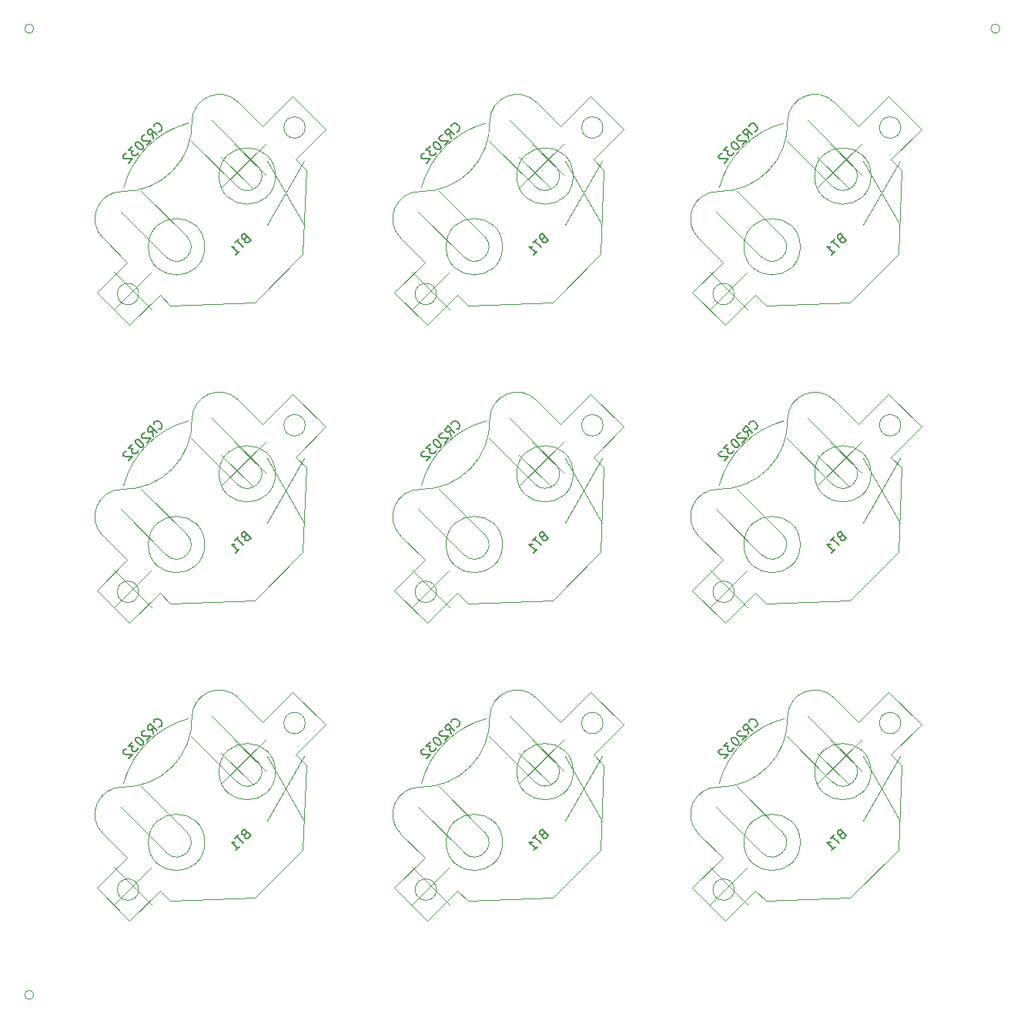
<source format=gbr>
%TF.GenerationSoftware,KiCad,Pcbnew,9.0.0-rc2-3baa6cd791~182~ubuntu24.04.1*%
%TF.CreationDate,2025-01-31T11:47:19-05:00*%
%TF.ProjectId,PCA20073_nRF54L15_Tiny_Board,50434132-3030-4373-935f-6e524635344c,rev?*%
%TF.SameCoordinates,Original*%
%TF.FileFunction,AssemblyDrawing,Bot*%
%FSLAX45Y45*%
G04 Gerber Fmt 4.5, Leading zero omitted, Abs format (unit mm)*
G04 Created by KiCad (PCBNEW 9.0.0-rc2-3baa6cd791~182~ubuntu24.04.1) date 2025-01-31 11:47:19*
%MOMM*%
%LPD*%
G01*
G04 APERTURE LIST*
%ADD10C,0.150000*%
%ADD11C,0.100000*%
%ADD12C,0.050000*%
G04 APERTURE END LIST*
D10*
X17513567Y-10179534D02*
X17520301Y-10179534D01*
X17520301Y-10179534D02*
X17533770Y-10172800D01*
X17533770Y-10172800D02*
X17540505Y-10166065D01*
X17540505Y-10166065D02*
X17547239Y-10152597D01*
X17547239Y-10152597D02*
X17547239Y-10139128D01*
X17547239Y-10139128D02*
X17543872Y-10129026D01*
X17543872Y-10129026D02*
X17533770Y-10112191D01*
X17533770Y-10112191D02*
X17523669Y-10102089D01*
X17523669Y-10102089D02*
X17506833Y-10091988D01*
X17506833Y-10091988D02*
X17496731Y-10088620D01*
X17496731Y-10088620D02*
X17483263Y-10088620D01*
X17483263Y-10088620D02*
X17469794Y-10095355D01*
X17469794Y-10095355D02*
X17463059Y-10102089D01*
X17463059Y-10102089D02*
X17456325Y-10115558D01*
X17456325Y-10115558D02*
X17456325Y-10122292D01*
X17449591Y-10256979D02*
X17439489Y-10199737D01*
X17489997Y-10216573D02*
X17419286Y-10145862D01*
X17419286Y-10145862D02*
X17392349Y-10172800D01*
X17392349Y-10172800D02*
X17388982Y-10182901D01*
X17388982Y-10182901D02*
X17388982Y-10189636D01*
X17388982Y-10189636D02*
X17392349Y-10199737D01*
X17392349Y-10199737D02*
X17402450Y-10209839D01*
X17402450Y-10209839D02*
X17412552Y-10213206D01*
X17412552Y-10213206D02*
X17419286Y-10213206D01*
X17419286Y-10213206D02*
X17429388Y-10209839D01*
X17429388Y-10209839D02*
X17456325Y-10182901D01*
X17358677Y-10219940D02*
X17351943Y-10219940D01*
X17351943Y-10219940D02*
X17341841Y-10223307D01*
X17341841Y-10223307D02*
X17325005Y-10240143D01*
X17325005Y-10240143D02*
X17321638Y-10250245D01*
X17321638Y-10250245D02*
X17321638Y-10256979D01*
X17321638Y-10256979D02*
X17325005Y-10267081D01*
X17325005Y-10267081D02*
X17331740Y-10273815D01*
X17331740Y-10273815D02*
X17345208Y-10280549D01*
X17345208Y-10280549D02*
X17426021Y-10280549D01*
X17426021Y-10280549D02*
X17382247Y-10324323D01*
X17267763Y-10297385D02*
X17261029Y-10304120D01*
X17261029Y-10304120D02*
X17257662Y-10314221D01*
X17257662Y-10314221D02*
X17257662Y-10320955D01*
X17257662Y-10320955D02*
X17261029Y-10331057D01*
X17261029Y-10331057D02*
X17271131Y-10347893D01*
X17271131Y-10347893D02*
X17287966Y-10364729D01*
X17287966Y-10364729D02*
X17304802Y-10374830D01*
X17304802Y-10374830D02*
X17314904Y-10378197D01*
X17314904Y-10378197D02*
X17321638Y-10378197D01*
X17321638Y-10378197D02*
X17331740Y-10374830D01*
X17331740Y-10374830D02*
X17338474Y-10368096D01*
X17338474Y-10368096D02*
X17341841Y-10357994D01*
X17341841Y-10357994D02*
X17341841Y-10351260D01*
X17341841Y-10351260D02*
X17338474Y-10341159D01*
X17338474Y-10341159D02*
X17328372Y-10324323D01*
X17328372Y-10324323D02*
X17311537Y-10307487D01*
X17311537Y-10307487D02*
X17294701Y-10297385D01*
X17294701Y-10297385D02*
X17284599Y-10294018D01*
X17284599Y-10294018D02*
X17277865Y-10294018D01*
X17277865Y-10294018D02*
X17267763Y-10297385D01*
X17220623Y-10344526D02*
X17176850Y-10388299D01*
X17176850Y-10388299D02*
X17227357Y-10391666D01*
X17227357Y-10391666D02*
X17217256Y-10401768D01*
X17217256Y-10401768D02*
X17213889Y-10411869D01*
X17213889Y-10411869D02*
X17213889Y-10418604D01*
X17213889Y-10418604D02*
X17217256Y-10428705D01*
X17217256Y-10428705D02*
X17234092Y-10445541D01*
X17234092Y-10445541D02*
X17244193Y-10448908D01*
X17244193Y-10448908D02*
X17250927Y-10448908D01*
X17250927Y-10448908D02*
X17261029Y-10445541D01*
X17261029Y-10445541D02*
X17281232Y-10425338D01*
X17281232Y-10425338D02*
X17284599Y-10415236D01*
X17284599Y-10415236D02*
X17284599Y-10408502D01*
X17156647Y-10421971D02*
X17149912Y-10421971D01*
X17149912Y-10421971D02*
X17139811Y-10425338D01*
X17139811Y-10425338D02*
X17122975Y-10442174D01*
X17122975Y-10442174D02*
X17119608Y-10452275D01*
X17119608Y-10452275D02*
X17119608Y-10459010D01*
X17119608Y-10459010D02*
X17122975Y-10469111D01*
X17122975Y-10469111D02*
X17129709Y-10475846D01*
X17129709Y-10475846D02*
X17143178Y-10482580D01*
X17143178Y-10482580D02*
X17223990Y-10482580D01*
X17223990Y-10482580D02*
X17180217Y-10526353D01*
X18462639Y-11360470D02*
X18455905Y-11373938D01*
X18455905Y-11373938D02*
X18455905Y-11380673D01*
X18455905Y-11380673D02*
X18459272Y-11390774D01*
X18459272Y-11390774D02*
X18469373Y-11400876D01*
X18469373Y-11400876D02*
X18479475Y-11404243D01*
X18479475Y-11404243D02*
X18486209Y-11404243D01*
X18486209Y-11404243D02*
X18496311Y-11400876D01*
X18496311Y-11400876D02*
X18523248Y-11373938D01*
X18523248Y-11373938D02*
X18452538Y-11303228D01*
X18452538Y-11303228D02*
X18428967Y-11326798D01*
X18428967Y-11326798D02*
X18425600Y-11336899D01*
X18425600Y-11336899D02*
X18425600Y-11343634D01*
X18425600Y-11343634D02*
X18428967Y-11353735D01*
X18428967Y-11353735D02*
X18435702Y-11360470D01*
X18435702Y-11360470D02*
X18445803Y-11363837D01*
X18445803Y-11363837D02*
X18452538Y-11363837D01*
X18452538Y-11363837D02*
X18462639Y-11360470D01*
X18462639Y-11360470D02*
X18486209Y-11336899D01*
X18391928Y-11363837D02*
X18351522Y-11404243D01*
X18442436Y-11454751D02*
X18371725Y-11384040D01*
X18361624Y-11535563D02*
X18402030Y-11495157D01*
X18381827Y-11515360D02*
X18311116Y-11444649D01*
X18311116Y-11444649D02*
X18327952Y-11448016D01*
X18327952Y-11448016D02*
X18341421Y-11448016D01*
X18341421Y-11448016D02*
X18351522Y-11444649D01*
X10963820Y-3629787D02*
X10970554Y-3629787D01*
X10970554Y-3629787D02*
X10984023Y-3623052D01*
X10984023Y-3623052D02*
X10990757Y-3616318D01*
X10990757Y-3616318D02*
X10997491Y-3602849D01*
X10997491Y-3602849D02*
X10997491Y-3589380D01*
X10997491Y-3589380D02*
X10994124Y-3579279D01*
X10994124Y-3579279D02*
X10984023Y-3562443D01*
X10984023Y-3562443D02*
X10973921Y-3552342D01*
X10973921Y-3552342D02*
X10957085Y-3542240D01*
X10957085Y-3542240D02*
X10946984Y-3538873D01*
X10946984Y-3538873D02*
X10933515Y-3538873D01*
X10933515Y-3538873D02*
X10920046Y-3545607D01*
X10920046Y-3545607D02*
X10913312Y-3552342D01*
X10913312Y-3552342D02*
X10906578Y-3565810D01*
X10906578Y-3565810D02*
X10906578Y-3572545D01*
X10899843Y-3707232D02*
X10889742Y-3649990D01*
X10940250Y-3666826D02*
X10869539Y-3596115D01*
X10869539Y-3596115D02*
X10842601Y-3623052D01*
X10842601Y-3623052D02*
X10839234Y-3633154D01*
X10839234Y-3633154D02*
X10839234Y-3639888D01*
X10839234Y-3639888D02*
X10842601Y-3649990D01*
X10842601Y-3649990D02*
X10852703Y-3660091D01*
X10852703Y-3660091D02*
X10862804Y-3663458D01*
X10862804Y-3663458D02*
X10869539Y-3663458D01*
X10869539Y-3663458D02*
X10879640Y-3660091D01*
X10879640Y-3660091D02*
X10906578Y-3633154D01*
X10808930Y-3670193D02*
X10802195Y-3670193D01*
X10802195Y-3670193D02*
X10792094Y-3673560D01*
X10792094Y-3673560D02*
X10775258Y-3690396D01*
X10775258Y-3690396D02*
X10771891Y-3700497D01*
X10771891Y-3700497D02*
X10771891Y-3707232D01*
X10771891Y-3707232D02*
X10775258Y-3717333D01*
X10775258Y-3717333D02*
X10781992Y-3724068D01*
X10781992Y-3724068D02*
X10795461Y-3730802D01*
X10795461Y-3730802D02*
X10876273Y-3730802D01*
X10876273Y-3730802D02*
X10832500Y-3774575D01*
X10718016Y-3747638D02*
X10711282Y-3754372D01*
X10711282Y-3754372D02*
X10707914Y-3764474D01*
X10707914Y-3764474D02*
X10707914Y-3771208D01*
X10707914Y-3771208D02*
X10711282Y-3781309D01*
X10711282Y-3781309D02*
X10721383Y-3798145D01*
X10721383Y-3798145D02*
X10738219Y-3814981D01*
X10738219Y-3814981D02*
X10755055Y-3825083D01*
X10755055Y-3825083D02*
X10765156Y-3828450D01*
X10765156Y-3828450D02*
X10771891Y-3828450D01*
X10771891Y-3828450D02*
X10781992Y-3825083D01*
X10781992Y-3825083D02*
X10788727Y-3818348D01*
X10788727Y-3818348D02*
X10792094Y-3808247D01*
X10792094Y-3808247D02*
X10792094Y-3801513D01*
X10792094Y-3801513D02*
X10788727Y-3791411D01*
X10788727Y-3791411D02*
X10778625Y-3774575D01*
X10778625Y-3774575D02*
X10761789Y-3757739D01*
X10761789Y-3757739D02*
X10744953Y-3747638D01*
X10744953Y-3747638D02*
X10734852Y-3744271D01*
X10734852Y-3744271D02*
X10728117Y-3744271D01*
X10728117Y-3744271D02*
X10718016Y-3747638D01*
X10670875Y-3794778D02*
X10627102Y-3838551D01*
X10627102Y-3838551D02*
X10677610Y-3841919D01*
X10677610Y-3841919D02*
X10667508Y-3852020D01*
X10667508Y-3852020D02*
X10664141Y-3862122D01*
X10664141Y-3862122D02*
X10664141Y-3868856D01*
X10664141Y-3868856D02*
X10667508Y-3878958D01*
X10667508Y-3878958D02*
X10684344Y-3895793D01*
X10684344Y-3895793D02*
X10694446Y-3899161D01*
X10694446Y-3899161D02*
X10701180Y-3899161D01*
X10701180Y-3899161D02*
X10711282Y-3895793D01*
X10711282Y-3895793D02*
X10731485Y-3875590D01*
X10731485Y-3875590D02*
X10734852Y-3865489D01*
X10734852Y-3865489D02*
X10734852Y-3858755D01*
X10606899Y-3872223D02*
X10600165Y-3872223D01*
X10600165Y-3872223D02*
X10590063Y-3875590D01*
X10590063Y-3875590D02*
X10573227Y-3892426D01*
X10573227Y-3892426D02*
X10569860Y-3902528D01*
X10569860Y-3902528D02*
X10569860Y-3909262D01*
X10569860Y-3909262D02*
X10573227Y-3919364D01*
X10573227Y-3919364D02*
X10579962Y-3926098D01*
X10579962Y-3926098D02*
X10593430Y-3932832D01*
X10593430Y-3932832D02*
X10674243Y-3932832D01*
X10674243Y-3932832D02*
X10630469Y-3976606D01*
X11912892Y-4810722D02*
X11906157Y-4824191D01*
X11906157Y-4824191D02*
X11906157Y-4830925D01*
X11906157Y-4830925D02*
X11909524Y-4841027D01*
X11909524Y-4841027D02*
X11919626Y-4851128D01*
X11919626Y-4851128D02*
X11929728Y-4854496D01*
X11929728Y-4854496D02*
X11936462Y-4854496D01*
X11936462Y-4854496D02*
X11946563Y-4851128D01*
X11946563Y-4851128D02*
X11973501Y-4824191D01*
X11973501Y-4824191D02*
X11902790Y-4753480D01*
X11902790Y-4753480D02*
X11879220Y-4777051D01*
X11879220Y-4777051D02*
X11875853Y-4787152D01*
X11875853Y-4787152D02*
X11875853Y-4793886D01*
X11875853Y-4793886D02*
X11879220Y-4803988D01*
X11879220Y-4803988D02*
X11885954Y-4810722D01*
X11885954Y-4810722D02*
X11896056Y-4814090D01*
X11896056Y-4814090D02*
X11902790Y-4814090D01*
X11902790Y-4814090D02*
X11912892Y-4810722D01*
X11912892Y-4810722D02*
X11936462Y-4787152D01*
X11842181Y-4814090D02*
X11801775Y-4854496D01*
X11892689Y-4905003D02*
X11821978Y-4834293D01*
X11811876Y-4985815D02*
X11852282Y-4945409D01*
X11832079Y-4965612D02*
X11761369Y-4894902D01*
X11761369Y-4894902D02*
X11778205Y-4898269D01*
X11778205Y-4898269D02*
X11791673Y-4898269D01*
X11791673Y-4898269D02*
X11801775Y-4894902D01*
X14238693Y-6904660D02*
X14245428Y-6904660D01*
X14245428Y-6904660D02*
X14258896Y-6897926D01*
X14258896Y-6897926D02*
X14265631Y-6891192D01*
X14265631Y-6891192D02*
X14272365Y-6877723D01*
X14272365Y-6877723D02*
X14272365Y-6864254D01*
X14272365Y-6864254D02*
X14268998Y-6854153D01*
X14268998Y-6854153D02*
X14258896Y-6837317D01*
X14258896Y-6837317D02*
X14248795Y-6827215D01*
X14248795Y-6827215D02*
X14231959Y-6817114D01*
X14231959Y-6817114D02*
X14221857Y-6813747D01*
X14221857Y-6813747D02*
X14208389Y-6813747D01*
X14208389Y-6813747D02*
X14194920Y-6820481D01*
X14194920Y-6820481D02*
X14188186Y-6827215D01*
X14188186Y-6827215D02*
X14181451Y-6840684D01*
X14181451Y-6840684D02*
X14181451Y-6847418D01*
X14174717Y-6982105D02*
X14164615Y-6924863D01*
X14215123Y-6941699D02*
X14144412Y-6870989D01*
X14144412Y-6870989D02*
X14117475Y-6897926D01*
X14117475Y-6897926D02*
X14114108Y-6908027D01*
X14114108Y-6908027D02*
X14114108Y-6914762D01*
X14114108Y-6914762D02*
X14117475Y-6924863D01*
X14117475Y-6924863D02*
X14127577Y-6934965D01*
X14127577Y-6934965D02*
X14137678Y-6938332D01*
X14137678Y-6938332D02*
X14144412Y-6938332D01*
X14144412Y-6938332D02*
X14154514Y-6934965D01*
X14154514Y-6934965D02*
X14181451Y-6908027D01*
X14083803Y-6945066D02*
X14077069Y-6945066D01*
X14077069Y-6945066D02*
X14066967Y-6948434D01*
X14066967Y-6948434D02*
X14050132Y-6965269D01*
X14050132Y-6965269D02*
X14046764Y-6975371D01*
X14046764Y-6975371D02*
X14046764Y-6982105D01*
X14046764Y-6982105D02*
X14050132Y-6992207D01*
X14050132Y-6992207D02*
X14056866Y-6998941D01*
X14056866Y-6998941D02*
X14070335Y-7005676D01*
X14070335Y-7005676D02*
X14151147Y-7005676D01*
X14151147Y-7005676D02*
X14107373Y-7049449D01*
X13992890Y-7022511D02*
X13986155Y-7029246D01*
X13986155Y-7029246D02*
X13982788Y-7039347D01*
X13982788Y-7039347D02*
X13982788Y-7046082D01*
X13982788Y-7046082D02*
X13986155Y-7056183D01*
X13986155Y-7056183D02*
X13996257Y-7073019D01*
X13996257Y-7073019D02*
X14013093Y-7089855D01*
X14013093Y-7089855D02*
X14029928Y-7099956D01*
X14029928Y-7099956D02*
X14040030Y-7103324D01*
X14040030Y-7103324D02*
X14046764Y-7103324D01*
X14046764Y-7103324D02*
X14056866Y-7099956D01*
X14056866Y-7099956D02*
X14063600Y-7093222D01*
X14063600Y-7093222D02*
X14066967Y-7083121D01*
X14066967Y-7083121D02*
X14066967Y-7076386D01*
X14066967Y-7076386D02*
X14063600Y-7066285D01*
X14063600Y-7066285D02*
X14053499Y-7049449D01*
X14053499Y-7049449D02*
X14036663Y-7032613D01*
X14036663Y-7032613D02*
X14019827Y-7022511D01*
X14019827Y-7022511D02*
X14009725Y-7019144D01*
X14009725Y-7019144D02*
X14002991Y-7019144D01*
X14002991Y-7019144D02*
X13992890Y-7022511D01*
X13945749Y-7069652D02*
X13901976Y-7113425D01*
X13901976Y-7113425D02*
X13952483Y-7116792D01*
X13952483Y-7116792D02*
X13942382Y-7126894D01*
X13942382Y-7126894D02*
X13939015Y-7136995D01*
X13939015Y-7136995D02*
X13939015Y-7143730D01*
X13939015Y-7143730D02*
X13942382Y-7153831D01*
X13942382Y-7153831D02*
X13959218Y-7170667D01*
X13959218Y-7170667D02*
X13969319Y-7174034D01*
X13969319Y-7174034D02*
X13976054Y-7174034D01*
X13976054Y-7174034D02*
X13986155Y-7170667D01*
X13986155Y-7170667D02*
X14006358Y-7150464D01*
X14006358Y-7150464D02*
X14009725Y-7140363D01*
X14009725Y-7140363D02*
X14009725Y-7133628D01*
X13881773Y-7147097D02*
X13875038Y-7147097D01*
X13875038Y-7147097D02*
X13864937Y-7150464D01*
X13864937Y-7150464D02*
X13848101Y-7167300D01*
X13848101Y-7167300D02*
X13844734Y-7177401D01*
X13844734Y-7177401D02*
X13844734Y-7184136D01*
X13844734Y-7184136D02*
X13848101Y-7194237D01*
X13848101Y-7194237D02*
X13854835Y-7200972D01*
X13854835Y-7200972D02*
X13868304Y-7207706D01*
X13868304Y-7207706D02*
X13949116Y-7207706D01*
X13949116Y-7207706D02*
X13905343Y-7251479D01*
X15187765Y-8085596D02*
X15181031Y-8099065D01*
X15181031Y-8099065D02*
X15181031Y-8105799D01*
X15181031Y-8105799D02*
X15184398Y-8115901D01*
X15184398Y-8115901D02*
X15194500Y-8126002D01*
X15194500Y-8126002D02*
X15204601Y-8129369D01*
X15204601Y-8129369D02*
X15211336Y-8129369D01*
X15211336Y-8129369D02*
X15221437Y-8126002D01*
X15221437Y-8126002D02*
X15248374Y-8099065D01*
X15248374Y-8099065D02*
X15177664Y-8028354D01*
X15177664Y-8028354D02*
X15154094Y-8051924D01*
X15154094Y-8051924D02*
X15150726Y-8062026D01*
X15150726Y-8062026D02*
X15150726Y-8068760D01*
X15150726Y-8068760D02*
X15154094Y-8078862D01*
X15154094Y-8078862D02*
X15160828Y-8085596D01*
X15160828Y-8085596D02*
X15170929Y-8088963D01*
X15170929Y-8088963D02*
X15177664Y-8088963D01*
X15177664Y-8088963D02*
X15187765Y-8085596D01*
X15187765Y-8085596D02*
X15211336Y-8062026D01*
X15117055Y-8088963D02*
X15076649Y-8129369D01*
X15167562Y-8179877D02*
X15096852Y-8109166D01*
X15086750Y-8260689D02*
X15127156Y-8220283D01*
X15106953Y-8240486D02*
X15036242Y-8169775D01*
X15036242Y-8169775D02*
X15053078Y-8173143D01*
X15053078Y-8173143D02*
X15066547Y-8173143D01*
X15066547Y-8173143D02*
X15076649Y-8169775D01*
X17513567Y-3629787D02*
X17520301Y-3629787D01*
X17520301Y-3629787D02*
X17533770Y-3623052D01*
X17533770Y-3623052D02*
X17540505Y-3616318D01*
X17540505Y-3616318D02*
X17547239Y-3602849D01*
X17547239Y-3602849D02*
X17547239Y-3589380D01*
X17547239Y-3589380D02*
X17543872Y-3579279D01*
X17543872Y-3579279D02*
X17533770Y-3562443D01*
X17533770Y-3562443D02*
X17523669Y-3552342D01*
X17523669Y-3552342D02*
X17506833Y-3542240D01*
X17506833Y-3542240D02*
X17496731Y-3538873D01*
X17496731Y-3538873D02*
X17483263Y-3538873D01*
X17483263Y-3538873D02*
X17469794Y-3545607D01*
X17469794Y-3545607D02*
X17463059Y-3552342D01*
X17463059Y-3552342D02*
X17456325Y-3565810D01*
X17456325Y-3565810D02*
X17456325Y-3572545D01*
X17449591Y-3707232D02*
X17439489Y-3649990D01*
X17489997Y-3666826D02*
X17419286Y-3596115D01*
X17419286Y-3596115D02*
X17392349Y-3623052D01*
X17392349Y-3623052D02*
X17388982Y-3633154D01*
X17388982Y-3633154D02*
X17388982Y-3639888D01*
X17388982Y-3639888D02*
X17392349Y-3649990D01*
X17392349Y-3649990D02*
X17402450Y-3660091D01*
X17402450Y-3660091D02*
X17412552Y-3663458D01*
X17412552Y-3663458D02*
X17419286Y-3663458D01*
X17419286Y-3663458D02*
X17429388Y-3660091D01*
X17429388Y-3660091D02*
X17456325Y-3633154D01*
X17358677Y-3670193D02*
X17351943Y-3670193D01*
X17351943Y-3670193D02*
X17341841Y-3673560D01*
X17341841Y-3673560D02*
X17325005Y-3690396D01*
X17325005Y-3690396D02*
X17321638Y-3700497D01*
X17321638Y-3700497D02*
X17321638Y-3707232D01*
X17321638Y-3707232D02*
X17325005Y-3717333D01*
X17325005Y-3717333D02*
X17331740Y-3724068D01*
X17331740Y-3724068D02*
X17345208Y-3730802D01*
X17345208Y-3730802D02*
X17426021Y-3730802D01*
X17426021Y-3730802D02*
X17382247Y-3774575D01*
X17267763Y-3747638D02*
X17261029Y-3754372D01*
X17261029Y-3754372D02*
X17257662Y-3764474D01*
X17257662Y-3764474D02*
X17257662Y-3771208D01*
X17257662Y-3771208D02*
X17261029Y-3781309D01*
X17261029Y-3781309D02*
X17271131Y-3798145D01*
X17271131Y-3798145D02*
X17287966Y-3814981D01*
X17287966Y-3814981D02*
X17304802Y-3825083D01*
X17304802Y-3825083D02*
X17314904Y-3828450D01*
X17314904Y-3828450D02*
X17321638Y-3828450D01*
X17321638Y-3828450D02*
X17331740Y-3825083D01*
X17331740Y-3825083D02*
X17338474Y-3818348D01*
X17338474Y-3818348D02*
X17341841Y-3808247D01*
X17341841Y-3808247D02*
X17341841Y-3801513D01*
X17341841Y-3801513D02*
X17338474Y-3791411D01*
X17338474Y-3791411D02*
X17328372Y-3774575D01*
X17328372Y-3774575D02*
X17311537Y-3757739D01*
X17311537Y-3757739D02*
X17294701Y-3747638D01*
X17294701Y-3747638D02*
X17284599Y-3744271D01*
X17284599Y-3744271D02*
X17277865Y-3744271D01*
X17277865Y-3744271D02*
X17267763Y-3747638D01*
X17220623Y-3794778D02*
X17176850Y-3838551D01*
X17176850Y-3838551D02*
X17227357Y-3841919D01*
X17227357Y-3841919D02*
X17217256Y-3852020D01*
X17217256Y-3852020D02*
X17213889Y-3862122D01*
X17213889Y-3862122D02*
X17213889Y-3868856D01*
X17213889Y-3868856D02*
X17217256Y-3878958D01*
X17217256Y-3878958D02*
X17234092Y-3895793D01*
X17234092Y-3895793D02*
X17244193Y-3899161D01*
X17244193Y-3899161D02*
X17250927Y-3899161D01*
X17250927Y-3899161D02*
X17261029Y-3895793D01*
X17261029Y-3895793D02*
X17281232Y-3875590D01*
X17281232Y-3875590D02*
X17284599Y-3865489D01*
X17284599Y-3865489D02*
X17284599Y-3858755D01*
X17156647Y-3872223D02*
X17149912Y-3872223D01*
X17149912Y-3872223D02*
X17139811Y-3875590D01*
X17139811Y-3875590D02*
X17122975Y-3892426D01*
X17122975Y-3892426D02*
X17119608Y-3902528D01*
X17119608Y-3902528D02*
X17119608Y-3909262D01*
X17119608Y-3909262D02*
X17122975Y-3919364D01*
X17122975Y-3919364D02*
X17129709Y-3926098D01*
X17129709Y-3926098D02*
X17143178Y-3932832D01*
X17143178Y-3932832D02*
X17223990Y-3932832D01*
X17223990Y-3932832D02*
X17180217Y-3976606D01*
X18462639Y-4810722D02*
X18455905Y-4824191D01*
X18455905Y-4824191D02*
X18455905Y-4830925D01*
X18455905Y-4830925D02*
X18459272Y-4841027D01*
X18459272Y-4841027D02*
X18469373Y-4851128D01*
X18469373Y-4851128D02*
X18479475Y-4854496D01*
X18479475Y-4854496D02*
X18486209Y-4854496D01*
X18486209Y-4854496D02*
X18496311Y-4851128D01*
X18496311Y-4851128D02*
X18523248Y-4824191D01*
X18523248Y-4824191D02*
X18452538Y-4753480D01*
X18452538Y-4753480D02*
X18428967Y-4777051D01*
X18428967Y-4777051D02*
X18425600Y-4787152D01*
X18425600Y-4787152D02*
X18425600Y-4793886D01*
X18425600Y-4793886D02*
X18428967Y-4803988D01*
X18428967Y-4803988D02*
X18435702Y-4810722D01*
X18435702Y-4810722D02*
X18445803Y-4814090D01*
X18445803Y-4814090D02*
X18452538Y-4814090D01*
X18452538Y-4814090D02*
X18462639Y-4810722D01*
X18462639Y-4810722D02*
X18486209Y-4787152D01*
X18391928Y-4814090D02*
X18351522Y-4854496D01*
X18442436Y-4905003D02*
X18371725Y-4834293D01*
X18361624Y-4985815D02*
X18402030Y-4945409D01*
X18381827Y-4965612D02*
X18311116Y-4894902D01*
X18311116Y-4894902D02*
X18327952Y-4898269D01*
X18327952Y-4898269D02*
X18341421Y-4898269D01*
X18341421Y-4898269D02*
X18351522Y-4894902D01*
X14238693Y-10179534D02*
X14245428Y-10179534D01*
X14245428Y-10179534D02*
X14258896Y-10172800D01*
X14258896Y-10172800D02*
X14265631Y-10166065D01*
X14265631Y-10166065D02*
X14272365Y-10152597D01*
X14272365Y-10152597D02*
X14272365Y-10139128D01*
X14272365Y-10139128D02*
X14268998Y-10129026D01*
X14268998Y-10129026D02*
X14258896Y-10112191D01*
X14258896Y-10112191D02*
X14248795Y-10102089D01*
X14248795Y-10102089D02*
X14231959Y-10091988D01*
X14231959Y-10091988D02*
X14221857Y-10088620D01*
X14221857Y-10088620D02*
X14208389Y-10088620D01*
X14208389Y-10088620D02*
X14194920Y-10095355D01*
X14194920Y-10095355D02*
X14188186Y-10102089D01*
X14188186Y-10102089D02*
X14181451Y-10115558D01*
X14181451Y-10115558D02*
X14181451Y-10122292D01*
X14174717Y-10256979D02*
X14164615Y-10199737D01*
X14215123Y-10216573D02*
X14144412Y-10145862D01*
X14144412Y-10145862D02*
X14117475Y-10172800D01*
X14117475Y-10172800D02*
X14114108Y-10182901D01*
X14114108Y-10182901D02*
X14114108Y-10189636D01*
X14114108Y-10189636D02*
X14117475Y-10199737D01*
X14117475Y-10199737D02*
X14127577Y-10209839D01*
X14127577Y-10209839D02*
X14137678Y-10213206D01*
X14137678Y-10213206D02*
X14144412Y-10213206D01*
X14144412Y-10213206D02*
X14154514Y-10209839D01*
X14154514Y-10209839D02*
X14181451Y-10182901D01*
X14083803Y-10219940D02*
X14077069Y-10219940D01*
X14077069Y-10219940D02*
X14066967Y-10223307D01*
X14066967Y-10223307D02*
X14050132Y-10240143D01*
X14050132Y-10240143D02*
X14046764Y-10250245D01*
X14046764Y-10250245D02*
X14046764Y-10256979D01*
X14046764Y-10256979D02*
X14050132Y-10267081D01*
X14050132Y-10267081D02*
X14056866Y-10273815D01*
X14056866Y-10273815D02*
X14070335Y-10280549D01*
X14070335Y-10280549D02*
X14151147Y-10280549D01*
X14151147Y-10280549D02*
X14107373Y-10324323D01*
X13992890Y-10297385D02*
X13986155Y-10304120D01*
X13986155Y-10304120D02*
X13982788Y-10314221D01*
X13982788Y-10314221D02*
X13982788Y-10320955D01*
X13982788Y-10320955D02*
X13986155Y-10331057D01*
X13986155Y-10331057D02*
X13996257Y-10347893D01*
X13996257Y-10347893D02*
X14013093Y-10364729D01*
X14013093Y-10364729D02*
X14029928Y-10374830D01*
X14029928Y-10374830D02*
X14040030Y-10378197D01*
X14040030Y-10378197D02*
X14046764Y-10378197D01*
X14046764Y-10378197D02*
X14056866Y-10374830D01*
X14056866Y-10374830D02*
X14063600Y-10368096D01*
X14063600Y-10368096D02*
X14066967Y-10357994D01*
X14066967Y-10357994D02*
X14066967Y-10351260D01*
X14066967Y-10351260D02*
X14063600Y-10341159D01*
X14063600Y-10341159D02*
X14053499Y-10324323D01*
X14053499Y-10324323D02*
X14036663Y-10307487D01*
X14036663Y-10307487D02*
X14019827Y-10297385D01*
X14019827Y-10297385D02*
X14009725Y-10294018D01*
X14009725Y-10294018D02*
X14002991Y-10294018D01*
X14002991Y-10294018D02*
X13992890Y-10297385D01*
X13945749Y-10344526D02*
X13901976Y-10388299D01*
X13901976Y-10388299D02*
X13952483Y-10391666D01*
X13952483Y-10391666D02*
X13942382Y-10401768D01*
X13942382Y-10401768D02*
X13939015Y-10411869D01*
X13939015Y-10411869D02*
X13939015Y-10418604D01*
X13939015Y-10418604D02*
X13942382Y-10428705D01*
X13942382Y-10428705D02*
X13959218Y-10445541D01*
X13959218Y-10445541D02*
X13969319Y-10448908D01*
X13969319Y-10448908D02*
X13976054Y-10448908D01*
X13976054Y-10448908D02*
X13986155Y-10445541D01*
X13986155Y-10445541D02*
X14006358Y-10425338D01*
X14006358Y-10425338D02*
X14009725Y-10415236D01*
X14009725Y-10415236D02*
X14009725Y-10408502D01*
X13881773Y-10421971D02*
X13875038Y-10421971D01*
X13875038Y-10421971D02*
X13864937Y-10425338D01*
X13864937Y-10425338D02*
X13848101Y-10442174D01*
X13848101Y-10442174D02*
X13844734Y-10452275D01*
X13844734Y-10452275D02*
X13844734Y-10459010D01*
X13844734Y-10459010D02*
X13848101Y-10469111D01*
X13848101Y-10469111D02*
X13854835Y-10475846D01*
X13854835Y-10475846D02*
X13868304Y-10482580D01*
X13868304Y-10482580D02*
X13949116Y-10482580D01*
X13949116Y-10482580D02*
X13905343Y-10526353D01*
X15187765Y-11360470D02*
X15181031Y-11373938D01*
X15181031Y-11373938D02*
X15181031Y-11380673D01*
X15181031Y-11380673D02*
X15184398Y-11390774D01*
X15184398Y-11390774D02*
X15194500Y-11400876D01*
X15194500Y-11400876D02*
X15204601Y-11404243D01*
X15204601Y-11404243D02*
X15211336Y-11404243D01*
X15211336Y-11404243D02*
X15221437Y-11400876D01*
X15221437Y-11400876D02*
X15248374Y-11373938D01*
X15248374Y-11373938D02*
X15177664Y-11303228D01*
X15177664Y-11303228D02*
X15154094Y-11326798D01*
X15154094Y-11326798D02*
X15150726Y-11336899D01*
X15150726Y-11336899D02*
X15150726Y-11343634D01*
X15150726Y-11343634D02*
X15154094Y-11353735D01*
X15154094Y-11353735D02*
X15160828Y-11360470D01*
X15160828Y-11360470D02*
X15170929Y-11363837D01*
X15170929Y-11363837D02*
X15177664Y-11363837D01*
X15177664Y-11363837D02*
X15187765Y-11360470D01*
X15187765Y-11360470D02*
X15211336Y-11336899D01*
X15117055Y-11363837D02*
X15076649Y-11404243D01*
X15167562Y-11454751D02*
X15096852Y-11384040D01*
X15086750Y-11535563D02*
X15127156Y-11495157D01*
X15106953Y-11515360D02*
X15036242Y-11444649D01*
X15036242Y-11444649D02*
X15053078Y-11448016D01*
X15053078Y-11448016D02*
X15066547Y-11448016D01*
X15066547Y-11448016D02*
X15076649Y-11444649D01*
X10963820Y-6904660D02*
X10970554Y-6904660D01*
X10970554Y-6904660D02*
X10984023Y-6897926D01*
X10984023Y-6897926D02*
X10990757Y-6891192D01*
X10990757Y-6891192D02*
X10997491Y-6877723D01*
X10997491Y-6877723D02*
X10997491Y-6864254D01*
X10997491Y-6864254D02*
X10994124Y-6854153D01*
X10994124Y-6854153D02*
X10984023Y-6837317D01*
X10984023Y-6837317D02*
X10973921Y-6827215D01*
X10973921Y-6827215D02*
X10957085Y-6817114D01*
X10957085Y-6817114D02*
X10946984Y-6813747D01*
X10946984Y-6813747D02*
X10933515Y-6813747D01*
X10933515Y-6813747D02*
X10920046Y-6820481D01*
X10920046Y-6820481D02*
X10913312Y-6827215D01*
X10913312Y-6827215D02*
X10906578Y-6840684D01*
X10906578Y-6840684D02*
X10906578Y-6847418D01*
X10899843Y-6982105D02*
X10889742Y-6924863D01*
X10940250Y-6941699D02*
X10869539Y-6870989D01*
X10869539Y-6870989D02*
X10842601Y-6897926D01*
X10842601Y-6897926D02*
X10839234Y-6908027D01*
X10839234Y-6908027D02*
X10839234Y-6914762D01*
X10839234Y-6914762D02*
X10842601Y-6924863D01*
X10842601Y-6924863D02*
X10852703Y-6934965D01*
X10852703Y-6934965D02*
X10862804Y-6938332D01*
X10862804Y-6938332D02*
X10869539Y-6938332D01*
X10869539Y-6938332D02*
X10879640Y-6934965D01*
X10879640Y-6934965D02*
X10906578Y-6908027D01*
X10808930Y-6945066D02*
X10802195Y-6945066D01*
X10802195Y-6945066D02*
X10792094Y-6948434D01*
X10792094Y-6948434D02*
X10775258Y-6965269D01*
X10775258Y-6965269D02*
X10771891Y-6975371D01*
X10771891Y-6975371D02*
X10771891Y-6982105D01*
X10771891Y-6982105D02*
X10775258Y-6992207D01*
X10775258Y-6992207D02*
X10781992Y-6998941D01*
X10781992Y-6998941D02*
X10795461Y-7005676D01*
X10795461Y-7005676D02*
X10876273Y-7005676D01*
X10876273Y-7005676D02*
X10832500Y-7049449D01*
X10718016Y-7022511D02*
X10711282Y-7029246D01*
X10711282Y-7029246D02*
X10707914Y-7039347D01*
X10707914Y-7039347D02*
X10707914Y-7046082D01*
X10707914Y-7046082D02*
X10711282Y-7056183D01*
X10711282Y-7056183D02*
X10721383Y-7073019D01*
X10721383Y-7073019D02*
X10738219Y-7089855D01*
X10738219Y-7089855D02*
X10755055Y-7099956D01*
X10755055Y-7099956D02*
X10765156Y-7103324D01*
X10765156Y-7103324D02*
X10771891Y-7103324D01*
X10771891Y-7103324D02*
X10781992Y-7099956D01*
X10781992Y-7099956D02*
X10788727Y-7093222D01*
X10788727Y-7093222D02*
X10792094Y-7083121D01*
X10792094Y-7083121D02*
X10792094Y-7076386D01*
X10792094Y-7076386D02*
X10788727Y-7066285D01*
X10788727Y-7066285D02*
X10778625Y-7049449D01*
X10778625Y-7049449D02*
X10761789Y-7032613D01*
X10761789Y-7032613D02*
X10744953Y-7022511D01*
X10744953Y-7022511D02*
X10734852Y-7019144D01*
X10734852Y-7019144D02*
X10728117Y-7019144D01*
X10728117Y-7019144D02*
X10718016Y-7022511D01*
X10670875Y-7069652D02*
X10627102Y-7113425D01*
X10627102Y-7113425D02*
X10677610Y-7116792D01*
X10677610Y-7116792D02*
X10667508Y-7126894D01*
X10667508Y-7126894D02*
X10664141Y-7136995D01*
X10664141Y-7136995D02*
X10664141Y-7143730D01*
X10664141Y-7143730D02*
X10667508Y-7153831D01*
X10667508Y-7153831D02*
X10684344Y-7170667D01*
X10684344Y-7170667D02*
X10694446Y-7174034D01*
X10694446Y-7174034D02*
X10701180Y-7174034D01*
X10701180Y-7174034D02*
X10711282Y-7170667D01*
X10711282Y-7170667D02*
X10731485Y-7150464D01*
X10731485Y-7150464D02*
X10734852Y-7140363D01*
X10734852Y-7140363D02*
X10734852Y-7133628D01*
X10606899Y-7147097D02*
X10600165Y-7147097D01*
X10600165Y-7147097D02*
X10590063Y-7150464D01*
X10590063Y-7150464D02*
X10573227Y-7167300D01*
X10573227Y-7167300D02*
X10569860Y-7177401D01*
X10569860Y-7177401D02*
X10569860Y-7184136D01*
X10569860Y-7184136D02*
X10573227Y-7194237D01*
X10573227Y-7194237D02*
X10579962Y-7200972D01*
X10579962Y-7200972D02*
X10593430Y-7207706D01*
X10593430Y-7207706D02*
X10674243Y-7207706D01*
X10674243Y-7207706D02*
X10630469Y-7251479D01*
X11912892Y-8085596D02*
X11906157Y-8099065D01*
X11906157Y-8099065D02*
X11906157Y-8105799D01*
X11906157Y-8105799D02*
X11909524Y-8115901D01*
X11909524Y-8115901D02*
X11919626Y-8126002D01*
X11919626Y-8126002D02*
X11929728Y-8129369D01*
X11929728Y-8129369D02*
X11936462Y-8129369D01*
X11936462Y-8129369D02*
X11946563Y-8126002D01*
X11946563Y-8126002D02*
X11973501Y-8099065D01*
X11973501Y-8099065D02*
X11902790Y-8028354D01*
X11902790Y-8028354D02*
X11879220Y-8051924D01*
X11879220Y-8051924D02*
X11875853Y-8062026D01*
X11875853Y-8062026D02*
X11875853Y-8068760D01*
X11875853Y-8068760D02*
X11879220Y-8078862D01*
X11879220Y-8078862D02*
X11885954Y-8085596D01*
X11885954Y-8085596D02*
X11896056Y-8088963D01*
X11896056Y-8088963D02*
X11902790Y-8088963D01*
X11902790Y-8088963D02*
X11912892Y-8085596D01*
X11912892Y-8085596D02*
X11936462Y-8062026D01*
X11842181Y-8088963D02*
X11801775Y-8129369D01*
X11892689Y-8179877D02*
X11821978Y-8109166D01*
X11811876Y-8260689D02*
X11852282Y-8220283D01*
X11832079Y-8240486D02*
X11761369Y-8169775D01*
X11761369Y-8169775D02*
X11778205Y-8173143D01*
X11778205Y-8173143D02*
X11791673Y-8173143D01*
X11791673Y-8173143D02*
X11801775Y-8169775D01*
X17513567Y-6904660D02*
X17520301Y-6904660D01*
X17520301Y-6904660D02*
X17533770Y-6897926D01*
X17533770Y-6897926D02*
X17540505Y-6891192D01*
X17540505Y-6891192D02*
X17547239Y-6877723D01*
X17547239Y-6877723D02*
X17547239Y-6864254D01*
X17547239Y-6864254D02*
X17543872Y-6854153D01*
X17543872Y-6854153D02*
X17533770Y-6837317D01*
X17533770Y-6837317D02*
X17523669Y-6827215D01*
X17523669Y-6827215D02*
X17506833Y-6817114D01*
X17506833Y-6817114D02*
X17496731Y-6813747D01*
X17496731Y-6813747D02*
X17483263Y-6813747D01*
X17483263Y-6813747D02*
X17469794Y-6820481D01*
X17469794Y-6820481D02*
X17463059Y-6827215D01*
X17463059Y-6827215D02*
X17456325Y-6840684D01*
X17456325Y-6840684D02*
X17456325Y-6847418D01*
X17449591Y-6982105D02*
X17439489Y-6924863D01*
X17489997Y-6941699D02*
X17419286Y-6870989D01*
X17419286Y-6870989D02*
X17392349Y-6897926D01*
X17392349Y-6897926D02*
X17388982Y-6908027D01*
X17388982Y-6908027D02*
X17388982Y-6914762D01*
X17388982Y-6914762D02*
X17392349Y-6924863D01*
X17392349Y-6924863D02*
X17402450Y-6934965D01*
X17402450Y-6934965D02*
X17412552Y-6938332D01*
X17412552Y-6938332D02*
X17419286Y-6938332D01*
X17419286Y-6938332D02*
X17429388Y-6934965D01*
X17429388Y-6934965D02*
X17456325Y-6908027D01*
X17358677Y-6945066D02*
X17351943Y-6945066D01*
X17351943Y-6945066D02*
X17341841Y-6948434D01*
X17341841Y-6948434D02*
X17325005Y-6965269D01*
X17325005Y-6965269D02*
X17321638Y-6975371D01*
X17321638Y-6975371D02*
X17321638Y-6982105D01*
X17321638Y-6982105D02*
X17325005Y-6992207D01*
X17325005Y-6992207D02*
X17331740Y-6998941D01*
X17331740Y-6998941D02*
X17345208Y-7005676D01*
X17345208Y-7005676D02*
X17426021Y-7005676D01*
X17426021Y-7005676D02*
X17382247Y-7049449D01*
X17267763Y-7022511D02*
X17261029Y-7029246D01*
X17261029Y-7029246D02*
X17257662Y-7039347D01*
X17257662Y-7039347D02*
X17257662Y-7046082D01*
X17257662Y-7046082D02*
X17261029Y-7056183D01*
X17261029Y-7056183D02*
X17271131Y-7073019D01*
X17271131Y-7073019D02*
X17287966Y-7089855D01*
X17287966Y-7089855D02*
X17304802Y-7099956D01*
X17304802Y-7099956D02*
X17314904Y-7103324D01*
X17314904Y-7103324D02*
X17321638Y-7103324D01*
X17321638Y-7103324D02*
X17331740Y-7099956D01*
X17331740Y-7099956D02*
X17338474Y-7093222D01*
X17338474Y-7093222D02*
X17341841Y-7083121D01*
X17341841Y-7083121D02*
X17341841Y-7076386D01*
X17341841Y-7076386D02*
X17338474Y-7066285D01*
X17338474Y-7066285D02*
X17328372Y-7049449D01*
X17328372Y-7049449D02*
X17311537Y-7032613D01*
X17311537Y-7032613D02*
X17294701Y-7022511D01*
X17294701Y-7022511D02*
X17284599Y-7019144D01*
X17284599Y-7019144D02*
X17277865Y-7019144D01*
X17277865Y-7019144D02*
X17267763Y-7022511D01*
X17220623Y-7069652D02*
X17176850Y-7113425D01*
X17176850Y-7113425D02*
X17227357Y-7116792D01*
X17227357Y-7116792D02*
X17217256Y-7126894D01*
X17217256Y-7126894D02*
X17213889Y-7136995D01*
X17213889Y-7136995D02*
X17213889Y-7143730D01*
X17213889Y-7143730D02*
X17217256Y-7153831D01*
X17217256Y-7153831D02*
X17234092Y-7170667D01*
X17234092Y-7170667D02*
X17244193Y-7174034D01*
X17244193Y-7174034D02*
X17250927Y-7174034D01*
X17250927Y-7174034D02*
X17261029Y-7170667D01*
X17261029Y-7170667D02*
X17281232Y-7150464D01*
X17281232Y-7150464D02*
X17284599Y-7140363D01*
X17284599Y-7140363D02*
X17284599Y-7133628D01*
X17156647Y-7147097D02*
X17149912Y-7147097D01*
X17149912Y-7147097D02*
X17139811Y-7150464D01*
X17139811Y-7150464D02*
X17122975Y-7167300D01*
X17122975Y-7167300D02*
X17119608Y-7177401D01*
X17119608Y-7177401D02*
X17119608Y-7184136D01*
X17119608Y-7184136D02*
X17122975Y-7194237D01*
X17122975Y-7194237D02*
X17129709Y-7200972D01*
X17129709Y-7200972D02*
X17143178Y-7207706D01*
X17143178Y-7207706D02*
X17223990Y-7207706D01*
X17223990Y-7207706D02*
X17180217Y-7251479D01*
X18462639Y-8085596D02*
X18455905Y-8099065D01*
X18455905Y-8099065D02*
X18455905Y-8105799D01*
X18455905Y-8105799D02*
X18459272Y-8115901D01*
X18459272Y-8115901D02*
X18469373Y-8126002D01*
X18469373Y-8126002D02*
X18479475Y-8129369D01*
X18479475Y-8129369D02*
X18486209Y-8129369D01*
X18486209Y-8129369D02*
X18496311Y-8126002D01*
X18496311Y-8126002D02*
X18523248Y-8099065D01*
X18523248Y-8099065D02*
X18452538Y-8028354D01*
X18452538Y-8028354D02*
X18428967Y-8051924D01*
X18428967Y-8051924D02*
X18425600Y-8062026D01*
X18425600Y-8062026D02*
X18425600Y-8068760D01*
X18425600Y-8068760D02*
X18428967Y-8078862D01*
X18428967Y-8078862D02*
X18435702Y-8085596D01*
X18435702Y-8085596D02*
X18445803Y-8088963D01*
X18445803Y-8088963D02*
X18452538Y-8088963D01*
X18452538Y-8088963D02*
X18462639Y-8085596D01*
X18462639Y-8085596D02*
X18486209Y-8062026D01*
X18391928Y-8088963D02*
X18351522Y-8129369D01*
X18442436Y-8179877D02*
X18371725Y-8109166D01*
X18361624Y-8260689D02*
X18402030Y-8220283D01*
X18381827Y-8240486D02*
X18311116Y-8169775D01*
X18311116Y-8169775D02*
X18327952Y-8173143D01*
X18327952Y-8173143D02*
X18341421Y-8173143D01*
X18341421Y-8173143D02*
X18351522Y-8169775D01*
X10963820Y-10179534D02*
X10970554Y-10179534D01*
X10970554Y-10179534D02*
X10984023Y-10172800D01*
X10984023Y-10172800D02*
X10990757Y-10166065D01*
X10990757Y-10166065D02*
X10997491Y-10152597D01*
X10997491Y-10152597D02*
X10997491Y-10139128D01*
X10997491Y-10139128D02*
X10994124Y-10129026D01*
X10994124Y-10129026D02*
X10984023Y-10112191D01*
X10984023Y-10112191D02*
X10973921Y-10102089D01*
X10973921Y-10102089D02*
X10957085Y-10091988D01*
X10957085Y-10091988D02*
X10946984Y-10088620D01*
X10946984Y-10088620D02*
X10933515Y-10088620D01*
X10933515Y-10088620D02*
X10920046Y-10095355D01*
X10920046Y-10095355D02*
X10913312Y-10102089D01*
X10913312Y-10102089D02*
X10906578Y-10115558D01*
X10906578Y-10115558D02*
X10906578Y-10122292D01*
X10899843Y-10256979D02*
X10889742Y-10199737D01*
X10940250Y-10216573D02*
X10869539Y-10145862D01*
X10869539Y-10145862D02*
X10842601Y-10172800D01*
X10842601Y-10172800D02*
X10839234Y-10182901D01*
X10839234Y-10182901D02*
X10839234Y-10189636D01*
X10839234Y-10189636D02*
X10842601Y-10199737D01*
X10842601Y-10199737D02*
X10852703Y-10209839D01*
X10852703Y-10209839D02*
X10862804Y-10213206D01*
X10862804Y-10213206D02*
X10869539Y-10213206D01*
X10869539Y-10213206D02*
X10879640Y-10209839D01*
X10879640Y-10209839D02*
X10906578Y-10182901D01*
X10808930Y-10219940D02*
X10802195Y-10219940D01*
X10802195Y-10219940D02*
X10792094Y-10223307D01*
X10792094Y-10223307D02*
X10775258Y-10240143D01*
X10775258Y-10240143D02*
X10771891Y-10250245D01*
X10771891Y-10250245D02*
X10771891Y-10256979D01*
X10771891Y-10256979D02*
X10775258Y-10267081D01*
X10775258Y-10267081D02*
X10781992Y-10273815D01*
X10781992Y-10273815D02*
X10795461Y-10280549D01*
X10795461Y-10280549D02*
X10876273Y-10280549D01*
X10876273Y-10280549D02*
X10832500Y-10324323D01*
X10718016Y-10297385D02*
X10711282Y-10304120D01*
X10711282Y-10304120D02*
X10707914Y-10314221D01*
X10707914Y-10314221D02*
X10707914Y-10320955D01*
X10707914Y-10320955D02*
X10711282Y-10331057D01*
X10711282Y-10331057D02*
X10721383Y-10347893D01*
X10721383Y-10347893D02*
X10738219Y-10364729D01*
X10738219Y-10364729D02*
X10755055Y-10374830D01*
X10755055Y-10374830D02*
X10765156Y-10378197D01*
X10765156Y-10378197D02*
X10771891Y-10378197D01*
X10771891Y-10378197D02*
X10781992Y-10374830D01*
X10781992Y-10374830D02*
X10788727Y-10368096D01*
X10788727Y-10368096D02*
X10792094Y-10357994D01*
X10792094Y-10357994D02*
X10792094Y-10351260D01*
X10792094Y-10351260D02*
X10788727Y-10341159D01*
X10788727Y-10341159D02*
X10778625Y-10324323D01*
X10778625Y-10324323D02*
X10761789Y-10307487D01*
X10761789Y-10307487D02*
X10744953Y-10297385D01*
X10744953Y-10297385D02*
X10734852Y-10294018D01*
X10734852Y-10294018D02*
X10728117Y-10294018D01*
X10728117Y-10294018D02*
X10718016Y-10297385D01*
X10670875Y-10344526D02*
X10627102Y-10388299D01*
X10627102Y-10388299D02*
X10677610Y-10391666D01*
X10677610Y-10391666D02*
X10667508Y-10401768D01*
X10667508Y-10401768D02*
X10664141Y-10411869D01*
X10664141Y-10411869D02*
X10664141Y-10418604D01*
X10664141Y-10418604D02*
X10667508Y-10428705D01*
X10667508Y-10428705D02*
X10684344Y-10445541D01*
X10684344Y-10445541D02*
X10694446Y-10448908D01*
X10694446Y-10448908D02*
X10701180Y-10448908D01*
X10701180Y-10448908D02*
X10711282Y-10445541D01*
X10711282Y-10445541D02*
X10731485Y-10425338D01*
X10731485Y-10425338D02*
X10734852Y-10415236D01*
X10734852Y-10415236D02*
X10734852Y-10408502D01*
X10606899Y-10421971D02*
X10600165Y-10421971D01*
X10600165Y-10421971D02*
X10590063Y-10425338D01*
X10590063Y-10425338D02*
X10573227Y-10442174D01*
X10573227Y-10442174D02*
X10569860Y-10452275D01*
X10569860Y-10452275D02*
X10569860Y-10459010D01*
X10569860Y-10459010D02*
X10573227Y-10469111D01*
X10573227Y-10469111D02*
X10579962Y-10475846D01*
X10579962Y-10475846D02*
X10593430Y-10482580D01*
X10593430Y-10482580D02*
X10674243Y-10482580D01*
X10674243Y-10482580D02*
X10630469Y-10526353D01*
X11912892Y-11360470D02*
X11906157Y-11373938D01*
X11906157Y-11373938D02*
X11906157Y-11380673D01*
X11906157Y-11380673D02*
X11909524Y-11390774D01*
X11909524Y-11390774D02*
X11919626Y-11400876D01*
X11919626Y-11400876D02*
X11929728Y-11404243D01*
X11929728Y-11404243D02*
X11936462Y-11404243D01*
X11936462Y-11404243D02*
X11946563Y-11400876D01*
X11946563Y-11400876D02*
X11973501Y-11373938D01*
X11973501Y-11373938D02*
X11902790Y-11303228D01*
X11902790Y-11303228D02*
X11879220Y-11326798D01*
X11879220Y-11326798D02*
X11875853Y-11336899D01*
X11875853Y-11336899D02*
X11875853Y-11343634D01*
X11875853Y-11343634D02*
X11879220Y-11353735D01*
X11879220Y-11353735D02*
X11885954Y-11360470D01*
X11885954Y-11360470D02*
X11896056Y-11363837D01*
X11896056Y-11363837D02*
X11902790Y-11363837D01*
X11902790Y-11363837D02*
X11912892Y-11360470D01*
X11912892Y-11360470D02*
X11936462Y-11336899D01*
X11842181Y-11363837D02*
X11801775Y-11404243D01*
X11892689Y-11454751D02*
X11821978Y-11384040D01*
X11811876Y-11535563D02*
X11852282Y-11495157D01*
X11832079Y-11515360D02*
X11761369Y-11444649D01*
X11761369Y-11444649D02*
X11778205Y-11448016D01*
X11778205Y-11448016D02*
X11791673Y-11448016D01*
X11791673Y-11448016D02*
X11801775Y-11444649D01*
X14238693Y-3629787D02*
X14245428Y-3629787D01*
X14245428Y-3629787D02*
X14258896Y-3623052D01*
X14258896Y-3623052D02*
X14265631Y-3616318D01*
X14265631Y-3616318D02*
X14272365Y-3602849D01*
X14272365Y-3602849D02*
X14272365Y-3589380D01*
X14272365Y-3589380D02*
X14268998Y-3579279D01*
X14268998Y-3579279D02*
X14258896Y-3562443D01*
X14258896Y-3562443D02*
X14248795Y-3552342D01*
X14248795Y-3552342D02*
X14231959Y-3542240D01*
X14231959Y-3542240D02*
X14221857Y-3538873D01*
X14221857Y-3538873D02*
X14208389Y-3538873D01*
X14208389Y-3538873D02*
X14194920Y-3545607D01*
X14194920Y-3545607D02*
X14188186Y-3552342D01*
X14188186Y-3552342D02*
X14181451Y-3565810D01*
X14181451Y-3565810D02*
X14181451Y-3572545D01*
X14174717Y-3707232D02*
X14164615Y-3649990D01*
X14215123Y-3666826D02*
X14144412Y-3596115D01*
X14144412Y-3596115D02*
X14117475Y-3623052D01*
X14117475Y-3623052D02*
X14114108Y-3633154D01*
X14114108Y-3633154D02*
X14114108Y-3639888D01*
X14114108Y-3639888D02*
X14117475Y-3649990D01*
X14117475Y-3649990D02*
X14127577Y-3660091D01*
X14127577Y-3660091D02*
X14137678Y-3663458D01*
X14137678Y-3663458D02*
X14144412Y-3663458D01*
X14144412Y-3663458D02*
X14154514Y-3660091D01*
X14154514Y-3660091D02*
X14181451Y-3633154D01*
X14083803Y-3670193D02*
X14077069Y-3670193D01*
X14077069Y-3670193D02*
X14066967Y-3673560D01*
X14066967Y-3673560D02*
X14050132Y-3690396D01*
X14050132Y-3690396D02*
X14046764Y-3700497D01*
X14046764Y-3700497D02*
X14046764Y-3707232D01*
X14046764Y-3707232D02*
X14050132Y-3717333D01*
X14050132Y-3717333D02*
X14056866Y-3724068D01*
X14056866Y-3724068D02*
X14070335Y-3730802D01*
X14070335Y-3730802D02*
X14151147Y-3730802D01*
X14151147Y-3730802D02*
X14107373Y-3774575D01*
X13992890Y-3747638D02*
X13986155Y-3754372D01*
X13986155Y-3754372D02*
X13982788Y-3764474D01*
X13982788Y-3764474D02*
X13982788Y-3771208D01*
X13982788Y-3771208D02*
X13986155Y-3781309D01*
X13986155Y-3781309D02*
X13996257Y-3798145D01*
X13996257Y-3798145D02*
X14013093Y-3814981D01*
X14013093Y-3814981D02*
X14029928Y-3825083D01*
X14029928Y-3825083D02*
X14040030Y-3828450D01*
X14040030Y-3828450D02*
X14046764Y-3828450D01*
X14046764Y-3828450D02*
X14056866Y-3825083D01*
X14056866Y-3825083D02*
X14063600Y-3818348D01*
X14063600Y-3818348D02*
X14066967Y-3808247D01*
X14066967Y-3808247D02*
X14066967Y-3801513D01*
X14066967Y-3801513D02*
X14063600Y-3791411D01*
X14063600Y-3791411D02*
X14053499Y-3774575D01*
X14053499Y-3774575D02*
X14036663Y-3757739D01*
X14036663Y-3757739D02*
X14019827Y-3747638D01*
X14019827Y-3747638D02*
X14009725Y-3744271D01*
X14009725Y-3744271D02*
X14002991Y-3744271D01*
X14002991Y-3744271D02*
X13992890Y-3747638D01*
X13945749Y-3794778D02*
X13901976Y-3838551D01*
X13901976Y-3838551D02*
X13952483Y-3841919D01*
X13952483Y-3841919D02*
X13942382Y-3852020D01*
X13942382Y-3852020D02*
X13939015Y-3862122D01*
X13939015Y-3862122D02*
X13939015Y-3868856D01*
X13939015Y-3868856D02*
X13942382Y-3878958D01*
X13942382Y-3878958D02*
X13959218Y-3895793D01*
X13959218Y-3895793D02*
X13969319Y-3899161D01*
X13969319Y-3899161D02*
X13976054Y-3899161D01*
X13976054Y-3899161D02*
X13986155Y-3895793D01*
X13986155Y-3895793D02*
X14006358Y-3875590D01*
X14006358Y-3875590D02*
X14009725Y-3865489D01*
X14009725Y-3865489D02*
X14009725Y-3858755D01*
X13881773Y-3872223D02*
X13875038Y-3872223D01*
X13875038Y-3872223D02*
X13864937Y-3875590D01*
X13864937Y-3875590D02*
X13848101Y-3892426D01*
X13848101Y-3892426D02*
X13844734Y-3902528D01*
X13844734Y-3902528D02*
X13844734Y-3909262D01*
X13844734Y-3909262D02*
X13848101Y-3919364D01*
X13848101Y-3919364D02*
X13854835Y-3926098D01*
X13854835Y-3926098D02*
X13868304Y-3932832D01*
X13868304Y-3932832D02*
X13949116Y-3932832D01*
X13949116Y-3932832D02*
X13905343Y-3976606D01*
X15187765Y-4810722D02*
X15181031Y-4824191D01*
X15181031Y-4824191D02*
X15181031Y-4830925D01*
X15181031Y-4830925D02*
X15184398Y-4841027D01*
X15184398Y-4841027D02*
X15194500Y-4851128D01*
X15194500Y-4851128D02*
X15204601Y-4854496D01*
X15204601Y-4854496D02*
X15211336Y-4854496D01*
X15211336Y-4854496D02*
X15221437Y-4851128D01*
X15221437Y-4851128D02*
X15248374Y-4824191D01*
X15248374Y-4824191D02*
X15177664Y-4753480D01*
X15177664Y-4753480D02*
X15154094Y-4777051D01*
X15154094Y-4777051D02*
X15150726Y-4787152D01*
X15150726Y-4787152D02*
X15150726Y-4793886D01*
X15150726Y-4793886D02*
X15154094Y-4803988D01*
X15154094Y-4803988D02*
X15160828Y-4810722D01*
X15160828Y-4810722D02*
X15170929Y-4814090D01*
X15170929Y-4814090D02*
X15177664Y-4814090D01*
X15177664Y-4814090D02*
X15187765Y-4810722D01*
X15187765Y-4810722D02*
X15211336Y-4787152D01*
X15117055Y-4814090D02*
X15076649Y-4854496D01*
X15167562Y-4905003D02*
X15096852Y-4834293D01*
X15086750Y-4985815D02*
X15127156Y-4945409D01*
X15106953Y-4965612D02*
X15036242Y-4894902D01*
X15036242Y-4894902D02*
X15053078Y-4898269D01*
X15053078Y-4898269D02*
X15066547Y-4898269D01*
X15066547Y-4898269D02*
X15076649Y-4894902D01*
D11*
%TO.C,BT1*%
X16898044Y-11352317D02*
X17163209Y-11617482D01*
X17163209Y-11617482D02*
X16830868Y-11949822D01*
X17191493Y-12310447D02*
X16830868Y-11949822D01*
X17523833Y-11978107D02*
X17191493Y-12310447D01*
X17523833Y-11978107D02*
X17640506Y-12094779D01*
X17594544Y-11560914D02*
X17092498Y-11058868D01*
X17640506Y-12094779D02*
X18566816Y-12059424D01*
X17820818Y-11334639D02*
X17318772Y-10832594D01*
X18372361Y-10783096D02*
X17870315Y-10281050D01*
X18390746Y-9861029D02*
X18655204Y-10125487D01*
X18598635Y-10556822D02*
X18096590Y-10054776D01*
X18987544Y-9793147D02*
X18655204Y-10125487D01*
X18987544Y-9793147D02*
X19348169Y-10153771D01*
X19015828Y-10486111D02*
X19132501Y-10602784D01*
X19097146Y-11529094D02*
X18566816Y-12059424D01*
X19132501Y-10602784D02*
X19097146Y-11529094D01*
X19348169Y-10153771D02*
X19015828Y-10486111D01*
X16898044Y-11352317D02*
G75*
G02*
X17117673Y-10840279I212132J212132D01*
G01*
X17126433Y-10800090D02*
G75*
G02*
X17837788Y-10088717I967328J-255950D01*
G01*
X17820818Y-11334639D02*
G75*
G02*
X17594544Y-11560914I-113137J-113137D01*
G01*
X17877386Y-10068918D02*
G75*
G02*
X17120780Y-10839931I-749533J-21213D01*
G01*
X17877387Y-10068918D02*
G75*
G02*
X18390421Y-9859939I300520J-3536D01*
G01*
X18598635Y-10556822D02*
G75*
G02*
X18372361Y-10783096I-113137J-113137D01*
G01*
X17291315Y-11967500D02*
G75*
G02*
X17056315Y-11967500I-117500J0D01*
G01*
X17056315Y-11967500D02*
G75*
G02*
X17291315Y-11967500I117500J0D01*
G01*
X18017681Y-11447777D02*
G75*
G02*
X17397681Y-11447777I-310000J0D01*
G01*
X17397681Y-11447777D02*
G75*
G02*
X18017681Y-11447777I310000J0D01*
G01*
X18795498Y-10669959D02*
G75*
G02*
X18175498Y-10669959I-310000J0D01*
G01*
X18175498Y-10669959D02*
G75*
G02*
X18795498Y-10669959I310000J0D01*
G01*
X19122722Y-10136094D02*
G75*
G02*
X18887722Y-10136094I-117500J0D01*
G01*
X18887722Y-10136094D02*
G75*
G02*
X19122722Y-10136094I117500J0D01*
G01*
X10348296Y-4802570D02*
X10613461Y-5067735D01*
X10613461Y-5067735D02*
X10281121Y-5400075D01*
X10641745Y-5760699D02*
X10281121Y-5400075D01*
X10974086Y-5428359D02*
X10641745Y-5760699D01*
X10974086Y-5428359D02*
X11090758Y-5545032D01*
X11044796Y-5011166D02*
X10542750Y-4509121D01*
X11090758Y-5545032D02*
X12017068Y-5509677D01*
X11271070Y-4784892D02*
X10769025Y-4282846D01*
X11822614Y-4233349D02*
X11320568Y-3731303D01*
X11840998Y-3311282D02*
X12105456Y-3575739D01*
X12048888Y-4007075D02*
X11546842Y-3505029D01*
X12437797Y-3243399D02*
X12105456Y-3575739D01*
X12437797Y-3243399D02*
X12798421Y-3604024D01*
X12466081Y-3936364D02*
X12582753Y-4053037D01*
X12547398Y-4979347D02*
X12017068Y-5509677D01*
X12582753Y-4053037D02*
X12547398Y-4979347D01*
X12798421Y-3604024D02*
X12466081Y-3936364D01*
X10348296Y-4802570D02*
G75*
G02*
X10567926Y-4290531I212132J212132D01*
G01*
X10576686Y-4250342D02*
G75*
G02*
X11288041Y-3538970I967328J-255950D01*
G01*
X11271070Y-4784892D02*
G75*
G02*
X11044796Y-5011166I-113137J-113137D01*
G01*
X11327639Y-3519171D02*
G75*
G02*
X10571032Y-4290184I-749533J-21213D01*
G01*
X11327639Y-3519171D02*
G75*
G02*
X11840674Y-3310192I300520J-3536D01*
G01*
X12048888Y-4007075D02*
G75*
G02*
X11822614Y-4233349I-113137J-113137D01*
G01*
X10741568Y-5417753D02*
G75*
G02*
X10506568Y-5417753I-117500J0D01*
G01*
X10506568Y-5417753D02*
G75*
G02*
X10741568Y-5417753I117500J0D01*
G01*
X11467933Y-4898029D02*
G75*
G02*
X10847933Y-4898029I-310000J0D01*
G01*
X10847933Y-4898029D02*
G75*
G02*
X11467933Y-4898029I310000J0D01*
G01*
X12245751Y-4120212D02*
G75*
G02*
X11625751Y-4120212I-310000J0D01*
G01*
X11625751Y-4120212D02*
G75*
G02*
X12245751Y-4120212I310000J0D01*
G01*
X12572974Y-3586346D02*
G75*
G02*
X12337974Y-3586346I-117500J0D01*
G01*
X12337974Y-3586346D02*
G75*
G02*
X12572974Y-3586346I117500J0D01*
G01*
X13623170Y-8077443D02*
X13888335Y-8342608D01*
X13888335Y-8342608D02*
X13555995Y-8674949D01*
X13916619Y-9035573D02*
X13555995Y-8674949D01*
X14248959Y-8703233D02*
X13916619Y-9035573D01*
X14248959Y-8703233D02*
X14365632Y-8819906D01*
X14319670Y-8286040D02*
X13817624Y-7783994D01*
X14365632Y-8819906D02*
X15291942Y-8784550D01*
X14545944Y-8059766D02*
X14043898Y-7557720D01*
X15097487Y-7508222D02*
X14595442Y-7006177D01*
X15115872Y-6586155D02*
X15380330Y-6850613D01*
X15323762Y-7281948D02*
X14821716Y-6779902D01*
X15712670Y-6518273D02*
X15380330Y-6850613D01*
X15712670Y-6518273D02*
X16073295Y-6878897D01*
X15740955Y-7211238D02*
X15857627Y-7327910D01*
X15822272Y-8254220D02*
X15291942Y-8784550D01*
X15857627Y-7327910D02*
X15822272Y-8254220D01*
X16073295Y-6878897D02*
X15740955Y-7211238D01*
X13623170Y-8077443D02*
G75*
G02*
X13842799Y-7565405I212132J212132D01*
G01*
X13851559Y-7525216D02*
G75*
G02*
X14562915Y-6813844I967328J-255950D01*
G01*
X14545944Y-8059766D02*
G75*
G02*
X14319670Y-8286040I-113137J-113137D01*
G01*
X14602512Y-6794045D02*
G75*
G02*
X13845906Y-7565058I-749533J-21213D01*
G01*
X14602513Y-6794045D02*
G75*
G02*
X15115548Y-6585066I300520J-3536D01*
G01*
X15323762Y-7281948D02*
G75*
G02*
X15097487Y-7508222I-113137J-113137D01*
G01*
X14016441Y-8692626D02*
G75*
G02*
X13781441Y-8692626I-117500J0D01*
G01*
X13781441Y-8692626D02*
G75*
G02*
X14016441Y-8692626I117500J0D01*
G01*
X14742807Y-8172903D02*
G75*
G02*
X14122807Y-8172903I-310000J0D01*
G01*
X14122807Y-8172903D02*
G75*
G02*
X14742807Y-8172903I310000J0D01*
G01*
X15520624Y-7395085D02*
G75*
G02*
X14900624Y-7395085I-310000J0D01*
G01*
X14900624Y-7395085D02*
G75*
G02*
X15520624Y-7395085I310000J0D01*
G01*
X15847848Y-6861220D02*
G75*
G02*
X15612848Y-6861220I-117500J0D01*
G01*
X15612848Y-6861220D02*
G75*
G02*
X15847848Y-6861220I117500J0D01*
G01*
D12*
%TO.C,KiKit_FID_B_2*%
X20212279Y-2500000D02*
G75*
G02*
X20112279Y-2500000I-50000J0D01*
G01*
X20112279Y-2500000D02*
G75*
G02*
X20212279Y-2500000I50000J0D01*
G01*
%TO.C,KiKit_FID_B_1*%
X9587722Y-2500000D02*
G75*
G02*
X9487722Y-2500000I-50000J0D01*
G01*
X9487722Y-2500000D02*
G75*
G02*
X9587722Y-2500000I50000J0D01*
G01*
D11*
%TO.C,BT1*%
X16898044Y-4802570D02*
X17163209Y-5067735D01*
X17163209Y-5067735D02*
X16830868Y-5400075D01*
X17191493Y-5760699D02*
X16830868Y-5400075D01*
X17523833Y-5428359D02*
X17191493Y-5760699D01*
X17523833Y-5428359D02*
X17640506Y-5545032D01*
X17594544Y-5011166D02*
X17092498Y-4509121D01*
X17640506Y-5545032D02*
X18566816Y-5509677D01*
X17820818Y-4784892D02*
X17318772Y-4282846D01*
X18372361Y-4233349D02*
X17870315Y-3731303D01*
X18390746Y-3311282D02*
X18655204Y-3575739D01*
X18598635Y-4007075D02*
X18096590Y-3505029D01*
X18987544Y-3243399D02*
X18655204Y-3575739D01*
X18987544Y-3243399D02*
X19348169Y-3604024D01*
X19015828Y-3936364D02*
X19132501Y-4053037D01*
X19097146Y-4979347D02*
X18566816Y-5509677D01*
X19132501Y-4053037D02*
X19097146Y-4979347D01*
X19348169Y-3604024D02*
X19015828Y-3936364D01*
X16898044Y-4802570D02*
G75*
G02*
X17117673Y-4290531I212132J212132D01*
G01*
X17126433Y-4250342D02*
G75*
G02*
X17837788Y-3538970I967328J-255950D01*
G01*
X17820818Y-4784892D02*
G75*
G02*
X17594544Y-5011166I-113137J-113137D01*
G01*
X17877386Y-3519171D02*
G75*
G02*
X17120780Y-4290184I-749533J-21213D01*
G01*
X17877387Y-3519171D02*
G75*
G02*
X18390421Y-3310192I300520J-3536D01*
G01*
X18598635Y-4007075D02*
G75*
G02*
X18372361Y-4233349I-113137J-113137D01*
G01*
X17291315Y-5417753D02*
G75*
G02*
X17056315Y-5417753I-117500J0D01*
G01*
X17056315Y-5417753D02*
G75*
G02*
X17291315Y-5417753I117500J0D01*
G01*
X18017681Y-4898029D02*
G75*
G02*
X17397681Y-4898029I-310000J0D01*
G01*
X17397681Y-4898029D02*
G75*
G02*
X18017681Y-4898029I310000J0D01*
G01*
X18795498Y-4120212D02*
G75*
G02*
X18175498Y-4120212I-310000J0D01*
G01*
X18175498Y-4120212D02*
G75*
G02*
X18795498Y-4120212I310000J0D01*
G01*
X19122722Y-3586346D02*
G75*
G02*
X18887722Y-3586346I-117500J0D01*
G01*
X18887722Y-3586346D02*
G75*
G02*
X19122722Y-3586346I117500J0D01*
G01*
X13623170Y-11352317D02*
X13888335Y-11617482D01*
X13888335Y-11617482D02*
X13555995Y-11949822D01*
X13916619Y-12310447D02*
X13555995Y-11949822D01*
X14248959Y-11978107D02*
X13916619Y-12310447D01*
X14248959Y-11978107D02*
X14365632Y-12094779D01*
X14319670Y-11560914D02*
X13817624Y-11058868D01*
X14365632Y-12094779D02*
X15291942Y-12059424D01*
X14545944Y-11334639D02*
X14043898Y-10832594D01*
X15097487Y-10783096D02*
X14595442Y-10281050D01*
X15115872Y-9861029D02*
X15380330Y-10125487D01*
X15323762Y-10556822D02*
X14821716Y-10054776D01*
X15712670Y-9793147D02*
X15380330Y-10125487D01*
X15712670Y-9793147D02*
X16073295Y-10153771D01*
X15740955Y-10486111D02*
X15857627Y-10602784D01*
X15822272Y-11529094D02*
X15291942Y-12059424D01*
X15857627Y-10602784D02*
X15822272Y-11529094D01*
X16073295Y-10153771D02*
X15740955Y-10486111D01*
X13623170Y-11352317D02*
G75*
G02*
X13842799Y-10840279I212132J212132D01*
G01*
X13851559Y-10800090D02*
G75*
G02*
X14562915Y-10088717I967328J-255950D01*
G01*
X14545944Y-11334639D02*
G75*
G02*
X14319670Y-11560914I-113137J-113137D01*
G01*
X14602512Y-10068918D02*
G75*
G02*
X13845906Y-10839931I-749533J-21213D01*
G01*
X14602513Y-10068918D02*
G75*
G02*
X15115548Y-9859939I300520J-3536D01*
G01*
X15323762Y-10556822D02*
G75*
G02*
X15097487Y-10783096I-113137J-113137D01*
G01*
X14016441Y-11967500D02*
G75*
G02*
X13781441Y-11967500I-117500J0D01*
G01*
X13781441Y-11967500D02*
G75*
G02*
X14016441Y-11967500I117500J0D01*
G01*
X14742807Y-11447777D02*
G75*
G02*
X14122807Y-11447777I-310000J0D01*
G01*
X14122807Y-11447777D02*
G75*
G02*
X14742807Y-11447777I310000J0D01*
G01*
X15520624Y-10669959D02*
G75*
G02*
X14900624Y-10669959I-310000J0D01*
G01*
X14900624Y-10669959D02*
G75*
G02*
X15520624Y-10669959I310000J0D01*
G01*
X15847848Y-10136094D02*
G75*
G02*
X15612848Y-10136094I-117500J0D01*
G01*
X15612848Y-10136094D02*
G75*
G02*
X15847848Y-10136094I117500J0D01*
G01*
X10348296Y-8077443D02*
X10613461Y-8342608D01*
X10613461Y-8342608D02*
X10281121Y-8674949D01*
X10641745Y-9035573D02*
X10281121Y-8674949D01*
X10974086Y-8703233D02*
X10641745Y-9035573D01*
X10974086Y-8703233D02*
X11090758Y-8819906D01*
X11044796Y-8286040D02*
X10542750Y-7783994D01*
X11090758Y-8819906D02*
X12017068Y-8784550D01*
X11271070Y-8059766D02*
X10769025Y-7557720D01*
X11822614Y-7508222D02*
X11320568Y-7006177D01*
X11840998Y-6586155D02*
X12105456Y-6850613D01*
X12048888Y-7281948D02*
X11546842Y-6779902D01*
X12437797Y-6518273D02*
X12105456Y-6850613D01*
X12437797Y-6518273D02*
X12798421Y-6878897D01*
X12466081Y-7211238D02*
X12582753Y-7327910D01*
X12547398Y-8254220D02*
X12017068Y-8784550D01*
X12582753Y-7327910D02*
X12547398Y-8254220D01*
X12798421Y-6878897D02*
X12466081Y-7211238D01*
X10348296Y-8077443D02*
G75*
G02*
X10567926Y-7565405I212132J212132D01*
G01*
X10576686Y-7525216D02*
G75*
G02*
X11288041Y-6813844I967328J-255950D01*
G01*
X11271070Y-8059766D02*
G75*
G02*
X11044796Y-8286040I-113137J-113137D01*
G01*
X11327639Y-6794045D02*
G75*
G02*
X10571032Y-7565058I-749533J-21213D01*
G01*
X11327639Y-6794045D02*
G75*
G02*
X11840674Y-6585066I300520J-3536D01*
G01*
X12048888Y-7281948D02*
G75*
G02*
X11822614Y-7508222I-113137J-113137D01*
G01*
X10741568Y-8692626D02*
G75*
G02*
X10506568Y-8692626I-117500J0D01*
G01*
X10506568Y-8692626D02*
G75*
G02*
X10741568Y-8692626I117500J0D01*
G01*
X11467933Y-8172903D02*
G75*
G02*
X10847933Y-8172903I-310000J0D01*
G01*
X10847933Y-8172903D02*
G75*
G02*
X11467933Y-8172903I310000J0D01*
G01*
X12245751Y-7395085D02*
G75*
G02*
X11625751Y-7395085I-310000J0D01*
G01*
X11625751Y-7395085D02*
G75*
G02*
X12245751Y-7395085I310000J0D01*
G01*
X12572974Y-6861220D02*
G75*
G02*
X12337974Y-6861220I-117500J0D01*
G01*
X12337974Y-6861220D02*
G75*
G02*
X12572974Y-6861220I117500J0D01*
G01*
D12*
%TO.C,KiKit_FID_B_3*%
X9587722Y-13124557D02*
G75*
G02*
X9487722Y-13124557I-50000J0D01*
G01*
X9487722Y-13124557D02*
G75*
G02*
X9587722Y-13124557I50000J0D01*
G01*
D11*
%TO.C,BT1*%
X16898044Y-8077443D02*
X17163209Y-8342608D01*
X17163209Y-8342608D02*
X16830868Y-8674949D01*
X17191493Y-9035573D02*
X16830868Y-8674949D01*
X17523833Y-8703233D02*
X17191493Y-9035573D01*
X17523833Y-8703233D02*
X17640506Y-8819906D01*
X17594544Y-8286040D02*
X17092498Y-7783994D01*
X17640506Y-8819906D02*
X18566816Y-8784550D01*
X17820818Y-8059766D02*
X17318772Y-7557720D01*
X18372361Y-7508222D02*
X17870315Y-7006177D01*
X18390746Y-6586155D02*
X18655204Y-6850613D01*
X18598635Y-7281948D02*
X18096590Y-6779902D01*
X18987544Y-6518273D02*
X18655204Y-6850613D01*
X18987544Y-6518273D02*
X19348169Y-6878897D01*
X19015828Y-7211238D02*
X19132501Y-7327910D01*
X19097146Y-8254220D02*
X18566816Y-8784550D01*
X19132501Y-7327910D02*
X19097146Y-8254220D01*
X19348169Y-6878897D02*
X19015828Y-7211238D01*
X16898044Y-8077443D02*
G75*
G02*
X17117673Y-7565405I212132J212132D01*
G01*
X17126433Y-7525216D02*
G75*
G02*
X17837788Y-6813844I967328J-255950D01*
G01*
X17820818Y-8059766D02*
G75*
G02*
X17594544Y-8286040I-113137J-113137D01*
G01*
X17877386Y-6794045D02*
G75*
G02*
X17120780Y-7565058I-749533J-21213D01*
G01*
X17877387Y-6794045D02*
G75*
G02*
X18390421Y-6585066I300520J-3536D01*
G01*
X18598635Y-7281948D02*
G75*
G02*
X18372361Y-7508222I-113137J-113137D01*
G01*
X17291315Y-8692626D02*
G75*
G02*
X17056315Y-8692626I-117500J0D01*
G01*
X17056315Y-8692626D02*
G75*
G02*
X17291315Y-8692626I117500J0D01*
G01*
X18017681Y-8172903D02*
G75*
G02*
X17397681Y-8172903I-310000J0D01*
G01*
X17397681Y-8172903D02*
G75*
G02*
X18017681Y-8172903I310000J0D01*
G01*
X18795498Y-7395085D02*
G75*
G02*
X18175498Y-7395085I-310000J0D01*
G01*
X18175498Y-7395085D02*
G75*
G02*
X18795498Y-7395085I310000J0D01*
G01*
X19122722Y-6861220D02*
G75*
G02*
X18887722Y-6861220I-117500J0D01*
G01*
X18887722Y-6861220D02*
G75*
G02*
X19122722Y-6861220I117500J0D01*
G01*
X10348296Y-11352317D02*
X10613461Y-11617482D01*
X10613461Y-11617482D02*
X10281121Y-11949822D01*
X10641745Y-12310447D02*
X10281121Y-11949822D01*
X10974086Y-11978107D02*
X10641745Y-12310447D01*
X10974086Y-11978107D02*
X11090758Y-12094779D01*
X11044796Y-11560914D02*
X10542750Y-11058868D01*
X11090758Y-12094779D02*
X12017068Y-12059424D01*
X11271070Y-11334639D02*
X10769025Y-10832594D01*
X11822614Y-10783096D02*
X11320568Y-10281050D01*
X11840998Y-9861029D02*
X12105456Y-10125487D01*
X12048888Y-10556822D02*
X11546842Y-10054776D01*
X12437797Y-9793147D02*
X12105456Y-10125487D01*
X12437797Y-9793147D02*
X12798421Y-10153771D01*
X12466081Y-10486111D02*
X12582753Y-10602784D01*
X12547398Y-11529094D02*
X12017068Y-12059424D01*
X12582753Y-10602784D02*
X12547398Y-11529094D01*
X12798421Y-10153771D02*
X12466081Y-10486111D01*
X10348296Y-11352317D02*
G75*
G02*
X10567926Y-10840279I212132J212132D01*
G01*
X10576686Y-10800090D02*
G75*
G02*
X11288041Y-10088717I967328J-255950D01*
G01*
X11271070Y-11334639D02*
G75*
G02*
X11044796Y-11560914I-113137J-113137D01*
G01*
X11327639Y-10068918D02*
G75*
G02*
X10571032Y-10839931I-749533J-21213D01*
G01*
X11327639Y-10068918D02*
G75*
G02*
X11840674Y-9859939I300520J-3536D01*
G01*
X12048888Y-10556822D02*
G75*
G02*
X11822614Y-10783096I-113137J-113137D01*
G01*
X10741568Y-11967500D02*
G75*
G02*
X10506568Y-11967500I-117500J0D01*
G01*
X10506568Y-11967500D02*
G75*
G02*
X10741568Y-11967500I117500J0D01*
G01*
X11467933Y-11447777D02*
G75*
G02*
X10847933Y-11447777I-310000J0D01*
G01*
X10847933Y-11447777D02*
G75*
G02*
X11467933Y-11447777I310000J0D01*
G01*
X12245751Y-10669959D02*
G75*
G02*
X11625751Y-10669959I-310000J0D01*
G01*
X11625751Y-10669959D02*
G75*
G02*
X12245751Y-10669959I310000J0D01*
G01*
X12572974Y-10136094D02*
G75*
G02*
X12337974Y-10136094I-117500J0D01*
G01*
X12337974Y-10136094D02*
G75*
G02*
X12572974Y-10136094I117500J0D01*
G01*
X13623170Y-4802570D02*
X13888335Y-5067735D01*
X13888335Y-5067735D02*
X13555995Y-5400075D01*
X13916619Y-5760699D02*
X13555995Y-5400075D01*
X14248959Y-5428359D02*
X13916619Y-5760699D01*
X14248959Y-5428359D02*
X14365632Y-5545032D01*
X14319670Y-5011166D02*
X13817624Y-4509121D01*
X14365632Y-5545032D02*
X15291942Y-5509677D01*
X14545944Y-4784892D02*
X14043898Y-4282846D01*
X15097487Y-4233349D02*
X14595442Y-3731303D01*
X15115872Y-3311282D02*
X15380330Y-3575739D01*
X15323762Y-4007075D02*
X14821716Y-3505029D01*
X15712670Y-3243399D02*
X15380330Y-3575739D01*
X15712670Y-3243399D02*
X16073295Y-3604024D01*
X15740955Y-3936364D02*
X15857627Y-4053037D01*
X15822272Y-4979347D02*
X15291942Y-5509677D01*
X15857627Y-4053037D02*
X15822272Y-4979347D01*
X16073295Y-3604024D02*
X15740955Y-3936364D01*
X13623170Y-4802570D02*
G75*
G02*
X13842799Y-4290531I212132J212132D01*
G01*
X13851559Y-4250342D02*
G75*
G02*
X14562915Y-3538970I967328J-255950D01*
G01*
X14545944Y-4784892D02*
G75*
G02*
X14319670Y-5011166I-113137J-113137D01*
G01*
X14602512Y-3519171D02*
G75*
G02*
X13845906Y-4290184I-749533J-21213D01*
G01*
X14602513Y-3519171D02*
G75*
G02*
X15115548Y-3310192I300520J-3536D01*
G01*
X15323762Y-4007075D02*
G75*
G02*
X15097487Y-4233349I-113137J-113137D01*
G01*
X14016441Y-5417753D02*
G75*
G02*
X13781441Y-5417753I-117500J0D01*
G01*
X13781441Y-5417753D02*
G75*
G02*
X14016441Y-5417753I117500J0D01*
G01*
X14742807Y-4898029D02*
G75*
G02*
X14122807Y-4898029I-310000J0D01*
G01*
X14122807Y-4898029D02*
G75*
G02*
X14742807Y-4898029I310000J0D01*
G01*
X15520624Y-4120212D02*
G75*
G02*
X14900624Y-4120212I-310000J0D01*
G01*
X14900624Y-4120212D02*
G75*
G02*
X15520624Y-4120212I310000J0D01*
G01*
X15847848Y-3586346D02*
G75*
G02*
X15612848Y-3586346I-117500J0D01*
G01*
X15612848Y-3586346D02*
G75*
G02*
X15847848Y-3586346I117500J0D01*
G01*
%TD*%
X12157515Y-10501307D02*
X12562515Y-11206307D01*
X12157515Y-11206307D02*
X12562515Y-10501307D01*
X14924102Y-10460882D02*
X15270698Y-10800743D01*
X14924102Y-10800743D02*
X15270698Y-10460882D01*
X11649229Y-10460882D02*
X11995824Y-10800743D01*
X11649229Y-10800743D02*
X11995824Y-10460882D01*
X17019287Y-8446175D02*
X17434409Y-8861297D01*
X17019287Y-8861297D02*
X17434409Y-8446175D01*
X14924102Y-7186008D02*
X15270698Y-7525870D01*
X14924102Y-7525870D02*
X15270698Y-7186008D01*
X18707262Y-7226433D02*
X19112262Y-7931433D01*
X18707262Y-7931433D02*
X19112262Y-7226433D01*
X11790650Y-7044237D02*
X12137246Y-7384448D01*
X11790650Y-7384448D02*
X12137246Y-7044237D01*
X18198976Y-3911134D02*
X18545572Y-4250996D01*
X18198976Y-4250996D02*
X18545572Y-3911134D01*
X18340397Y-10319111D02*
X18686993Y-10659322D01*
X18340397Y-10659322D02*
X18686993Y-10319111D01*
X13744413Y-8446175D02*
X14159535Y-8861297D01*
X13744413Y-8861297D02*
X14159535Y-8446175D01*
X15065524Y-3769363D02*
X15412119Y-4109575D01*
X15065524Y-4109575D02*
X15412119Y-3769363D01*
X10469540Y-8446175D02*
X10884662Y-8861297D01*
X10469540Y-8861297D02*
X10884662Y-8446175D01*
X18340397Y-3769363D02*
X18686993Y-4109575D01*
X18340397Y-4109575D02*
X18686993Y-3769363D01*
X10469540Y-11721048D02*
X10884662Y-12136170D01*
X10469540Y-12136170D02*
X10884662Y-11721048D01*
X11790650Y-3769363D02*
X12137246Y-4109575D01*
X11790650Y-4109575D02*
X12137246Y-3769363D01*
X17019287Y-5171301D02*
X17434409Y-5586423D01*
X17019287Y-5586423D02*
X17434409Y-5171301D01*
X18198976Y-7186008D02*
X18545572Y-7525870D01*
X18198976Y-7525870D02*
X18545572Y-7186008D01*
X17019287Y-11721048D02*
X17434409Y-12136170D01*
X17019287Y-12136170D02*
X17434409Y-11721048D01*
X15065524Y-10319111D02*
X15412119Y-10659322D01*
X15065524Y-10659322D02*
X15412119Y-10319111D01*
X14924102Y-3911134D02*
X15270698Y-4250996D01*
X14924102Y-4250996D02*
X15270698Y-3911134D01*
X13744413Y-11721048D02*
X14159535Y-12136170D01*
X13744413Y-12136170D02*
X14159535Y-11721048D01*
X12157515Y-3951559D02*
X12562515Y-4656560D01*
X12157515Y-4656560D02*
X12562515Y-3951559D01*
X11649229Y-3911134D02*
X11995824Y-4250996D01*
X11649229Y-4250996D02*
X11995824Y-3911134D01*
X12157515Y-7226433D02*
X12562515Y-7931433D01*
X12157515Y-7931433D02*
X12562515Y-7226433D01*
X18707262Y-10501307D02*
X19112262Y-11206307D01*
X18707262Y-11206307D02*
X19112262Y-10501307D01*
X18340397Y-7044237D02*
X18686993Y-7384448D01*
X18340397Y-7384448D02*
X18686993Y-7044237D01*
X18198976Y-10460882D02*
X18545572Y-10800743D01*
X18198976Y-10800743D02*
X18545572Y-10460882D01*
X15065524Y-7044237D02*
X15412119Y-7384448D01*
X15065524Y-7384448D02*
X15412119Y-7044237D01*
X11790650Y-10319111D02*
X12137246Y-10659322D01*
X11790650Y-10659322D02*
X12137246Y-10319111D01*
X15432389Y-7226433D02*
X15837389Y-7931433D01*
X15432389Y-7931433D02*
X15837389Y-7226433D01*
X15432389Y-10501307D02*
X15837389Y-11206307D01*
X15432389Y-11206307D02*
X15837389Y-10501307D01*
X18707262Y-3951559D02*
X19112262Y-4656560D01*
X18707262Y-4656560D02*
X19112262Y-3951559D01*
X13744413Y-5171301D02*
X14159535Y-5586423D01*
X13744413Y-5586423D02*
X14159535Y-5171301D01*
X11649229Y-7186008D02*
X11995824Y-7525870D01*
X11649229Y-7525870D02*
X11995824Y-7186008D01*
X10469540Y-5171301D02*
X10884662Y-5586423D01*
X10469540Y-5586423D02*
X10884662Y-5171301D01*
X15432389Y-3951559D02*
X15837389Y-4656560D01*
X15432389Y-4656560D02*
X15837389Y-3951559D01*
M02*

</source>
